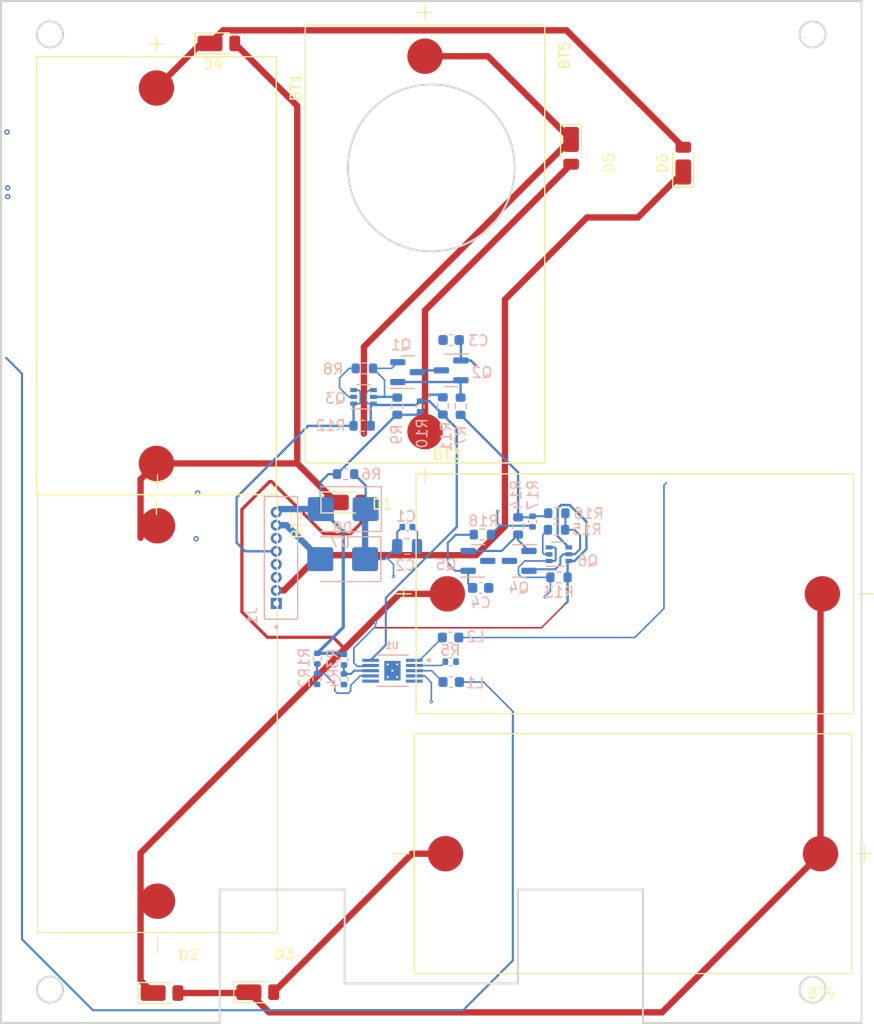
<source format=kicad_pcb>
(kicad_pcb (version 20221018) (generator pcbnew)
  (layers (0 "F.Cu" signal) (1 "In1.Cu" signal) (2 "In2.Cu" signal) (3 "In3.Cu" signal) (4 "In4.Cu" signal) (5 "In5.Cu" signal) (6 "In6.Cu" signal) (31 "B.Cu" signal) (34 "B.Paste" user) (35 "F.Paste" user) (36 "B.SilkS" user "B.Silkscreen") (37 "F.SilkS" user "F.Silkscreen") (38 "B.Mask" user) (39 "F.Mask" user) (44 "Edge.Cuts" user))
  (net 0 "")
  (net 1 "GND")
  (net 2 "Net-(Q2-G)")
  (net 3 "Net-(Q5-G)")
  (net 4 "Net-(D1-K)")
  (net 5 "Net-(D1-A)")
  (net 6 "Net-(D2-A)")
  (net 7 "Net-(D3-A)")
  (net 8 "Net-(D4-K)")
  (net 9 "/VSOLAR")
  (net 10 "/coils")
  (net 11 "Net-(U1-OUT1)")
  (net 12 "Net-(U1-OUT2)")
  (net 13 "Net-(Q1-G)")
  (net 14 "Net-(Q1-S)")
  (net 15 "SCL1_b4iso")
  (net 16 "Net-(Q3A-B1)")
  (net 17 "SCL")
  (net 18 "Net-(Q4-G)")
  (net 19 "Net-(Q4-S)")
  (net 20 "SDA1_b4iso")
  (net 21 "Net-(Q6A-B1)")
  (net 22 "SDA")
  (net 23 "Net-(U1-A0)")
  (net 24 "+3.3V")
  (net 25 "Net-(U1-A1)")
  (net 26 "Net-(U1-ISENSE)")
  (net 27 "/VBURN")
  (net 28 "VBATT")
  (net 30 "Net-(D7-K)")
  (footprint "Diode_SMD:D_PowerDI-123" (layer "F.Cu") (at 183.9976 61.8998 90)
    (fp_text reference "D6" (at 0 -2 90) (layer "F.SilkS"))
    (fp_text value "SBD")
    (pad "1" smd roundrect (at -0.85 0 270) (size 2.4 1.5) (layers "F.Cu" "F.Paste" "F.Mask") (roundrect_rratio 0.1666666667) (net 9 "/VSOLAR"))
    (pad "2" smd roundrect (at 1.525 0 270) (size 1.05 1.5) (layers "F.Cu" "F.Paste" "F.Mask") (roundrect_rratio 0.2380952381) (net 8 "Net-(D4-K)"))
  )
  (footprint "SM141K06L:SOLAR_SM141K06L" (layer "F.Cu") (at 179.3494 103.2002)
    (fp_text reference "BT3" (at -18.075 -13.385) (layer "F.SilkS"))
    (fp_text value "SM141K06L")
    (pad "N" smd circle (at 18 0) (size 3.4 3.4) (layers "F.Cu" "F.Paste" "F.Mask") (net 6 "Net-(D2-A)"))
    (pad "P" smd circle (at -18 0) (size 3.4 3.4) (layers "F.Cu" "F.Paste" "F.Mask") (net 5 "Net-(D1-A)"))
  )
  (footprint "Diode_SMD:D_PowerDI-123" (layer "F.Cu") (at 143.1534 141.4018)
    (fp_text reference "D3" (at 2.54 -3.65) (layer "F.SilkS"))
    (fp_text value "SBD")
    (pad "1" smd roundrect (at -0.85 0 180) (size 2.4 1.5) (layers "F.Cu" "F.Paste" "F.Mask") (roundrect_rratio 0.1666666667) (net 6 "Net-(D2-A)"))
    (pad "2" smd roundrect (at 1.525 0 180) (size 1.05 1.5) (layers "F.Cu" "F.Paste" "F.Mask") (roundrect_rratio 0.2380952381) (net 7 "Net-(D3-A)"))
  )
  (footprint "Diode_SMD:D_PowerDI-123" (layer "F.Cu") (at 133.9596 141.478)
    (fp_text reference "D2" (at 2.54 -3.65) (layer "F.SilkS"))
    (fp_text value "SBD" hide)
    (pad "1" smd roundrect (at -0.85 0 180) (size 2.4 1.5) (layers "F.Cu" "F.Paste" "F.Mask") (roundrect_rratio 0.1666666667) (net 5 "Net-(D1-A)"))
    (pad "2" smd roundrect (at 1.525 0 180) (size 1.05 1.5) (layers "F.Cu" "F.Paste" "F.Mask") (roundrect_rratio 0.2380952381) (net 6 "Net-(D2-A)"))
  )
  (footprint "Diode_SMD:D_PowerDI-123" (layer "F.Cu") (at 151.5364 94.4372)
    (fp_text reference "D1" (at 3.55 0.18) (layer "F.SilkS"))
    (fp_text value "SBD" hide)
    (pad "1" smd roundrect (at -0.85 0 180) (size 2.4 1.5) (layers "F.Cu" "F.Paste" "F.Mask") (roundrect_rratio 0.1666666667) (net 4 "Net-(D1-K)"))
    (pad "2" smd roundrect (at 1.525 0 180) (size 1.05 1.5) (layers "F.Cu" "F.Paste" "F.Mask") (roundrect_rratio 0.2380952381) (net 5 "Net-(D1-A)"))
  )
  (footprint "SM141K06L:SOLAR_SM141K06L" (layer "F.Cu") (at 179.1716 128.1176 180)
    (fp_text reference "BT4" (at -18.075 -13.385) (layer "F.SilkS"))
    (fp_text value "SM141K06L")
    (pad "N" smd circle (at 18 0 180) (size 3.4 3.4) (layers "F.Cu" "F.Paste" "F.Mask") (net 7 "Net-(D3-A)"))
    (pad "P" smd circle (at -18 0 180) (size 3.4 3.4) (layers "F.Cu" "F.Paste" "F.Mask") (net 6 "Net-(D2-A)"))
  )
  (footprint "SM141K06L:SOLAR_SM141K06L" (layer "F.Cu") (at 133.5278 114.6724 -90)
    (fp_text reference "BT2" (at -18.075 -13.385 -270) (layer "F.SilkS"))
    (fp_text value "SM141K06L" hide)
    (pad "N" smd circle (at 18 0 270) (size 3.4 3.4) (layers "F.Cu" "F.Paste" "F.Mask") (net 5 "Net-(D1-A)"))
    (pad "P" smd circle (at -18 0 270) (size 3.4 3.4) (layers "F.Cu" "F.Paste" "F.Mask") (net 4 "Net-(D1-K)"))
  )
  (footprint "Diode_SMD:D_PowerDI-123" (layer "F.Cu") (at 173.228 60.4774 -90)
    (fp_text reference "D5" (at 1.4 -3.65 90) (layer "F.SilkS"))
    (fp_text value "SBD")
    (pad "1" smd roundrect (at -0.85 0 90) (size 2.4 1.5) (layers "F.Cu" "F.Paste" "F.Mask") (roundrect_rratio 0.1666666667) (net 7 "Net-(D3-A)"))
    (pad "2" smd roundrect (at 1.525 0 90) (size 1.05 1.5) (layers "F.Cu" "F.Paste" "F.Mask") (roundrect_rratio 0.2380952381) (net 1 "GND"))
  )
  (footprint "Diode_SMD:D_PowerDI-123" (layer "F.Cu") (at 139.4206 50.419)
    (fp_text reference "D4" (at -0.5578 1.9812) (layer "F.SilkS"))
    (fp_text value "SBD" hide)
    (pad "1" smd roundrect (at -0.85 0 180) (size 2.4 1.5) (layers "F.Cu" "F.Paste" "F.Mask") (roundrect_rratio 0.1666666667) (net 8 "Net-(D4-K)"))
    (pad "2" smd roundrect (at 1.525 0 180) (size 1.05 1.5) (layers "F.Cu" "F.Paste" "F.Mask") (roundrect_rratio 0.2380952381) (net 4 "Net-(D1-K)"))
  )
  (footprint "SM141K06L:SOLAR_SM141K06L" (layer "F.Cu") (at 159.2072 69.6468 -90)
    (fp_text reference "BT5" (at -18.075 -13.385 90) (layer "F.SilkS"))
    (fp_text value "SM141K06L")
    (pad "N" smd circle (at 18 0 270) (size 3.4 3.4) (layers "F.Cu" "F.Paste" "F.Mask") (net 1 "GND"))
    (pad "P" smd circle (at -18 0 270) (size 3.4 3.4) (layers "F.Cu" "F.Paste" "F.Mask") (net 7 "Net-(D3-A)"))
  )
  (footprint "SM141K06L:SOLAR_SM141K06L" (layer "F.Cu") (at 133.4262 72.6948 -90)
    (fp_text reference "BT1" (at -18.075 -13.385 90) (layer "F.SilkS"))
    (fp_text value "SM141K06L" hide)
    (pad "N" smd circle (at 18 0 270) (size 3.4 3.4) (layers "F.Cu" "F.Paste" "F.Mask") (net 4 "Net-(D1-K)"))
    (pad "P" smd circle (at -18 0 270) (size 3.4 3.4) (layers "F.Cu" "F.Paste" "F.Mask") (net 8 "Net-(D4-K)"))
  )
  (footprint "Diode_SMD:D_SMB" (layer "B.Cu") (at 151.3586 95.0722 180)
    (fp_text reference "D7" (at 0.2975 -3.17) (layer "B.SilkS") (effects (justify mirror)))
    (fp_text value "B220" hide)
    (pad "1" smd roundrect (at -2.15 0 180) (size 2.5 2.3) (layers "B.Cu" "B.Paste" "B.Mask") (roundrect_rratio 0.1086956522) (net 30 "Net-(D7-K)"))
    (pad "2" smd roundrect (at 2.15 0 180) (size 2.5 2.3) (layers "B.Cu" "B.Paste" "B.Mask") (roundrect_rratio 0.1086956522) (net 24 "+3.3V"))
  )
  (footprint "Resistor_SMD:R_0603_1608Metric" (layer "B.Cu") (at 171.8598 95.4694)
    (fp_text reference "R16" (at 3.06 0.03) (layer "B.SilkS") (effects (justify mirror)))
    (fp_text value "10K" hide)
    (pad "1" smd roundrect (at -0.825 0) (size 0.8 0.95) (layers "B.Cu" "B.Paste" "B.Mask") (net 24 "+3.3V"))
    (pad "2" smd roundrect (at 0.825 0) (size 0.8 0.95) (layers "B.Cu" "B.Paste" "B.Mask") (net 19 "Net-(Q4-S)"))
  )
  (footprint "Capacitor_SMD:C_0805_2012Metric" (layer "B.Cu") (at 157.4898 98.6594)
    (fp_text reference "C2" (at -0.17 1.81) (layer "B.SilkS") (effects (justify mirror)))
    (fp_text value "10uF" hide)
    (pad "1" smd roundrect (at -0.95 0) (size 1 1.45) (layers "B.Cu" "B.Paste" "B.Mask") (net 30 "Net-(D7-K)"))
    (pad "2" smd roundrect (at 0.95 0) (size 1 1.45) (layers "B.Cu" "B.Paste" "B.Mask") (net 1 "GND"))
  )
  (footprint "Capacitor_SMD:C_0603_1608Metric" (layer "B.Cu") (at 161.7131 78.8604 180)
    (fp_text reference "C3" (at -2.63 -0.06) (layer "B.SilkS") (effects (justify mirror)))
    (fp_text value "10nF" hide)
    (pad "1" smd roundrect (at -0.775 0 180) (size 0.9 0.95) (layers "B.Cu" "B.Paste" "B.Mask") (net 2 "Net-(Q2-G)"))
    (pad "2" smd roundrect (at 0.775 0 180) (size 0.9 0.95) (layers "B.Cu" "B.Paste" "B.Mask") (net 1 "GND"))
  )
  (footprint "Resistor_SMD:R_0603_1608Metric" (layer "B.Cu") (at 164.7098 97.5194)
    (fp_text reference "R18" (at 0.11 -1.31) (layer "B.SilkS") (effects (justify mirror)))
    (fp_text value "100K" hide)
    (pad "1" smd roundrect (at -0.825 0) (size 0.8 0.95) (layers "B.Cu" "B.Paste" "B.Mask") (net 3 "Net-(Q5-G)"))
    (pad "2" smd roundrect (at 0.825 0) (size 0.8 0.95) (layers "B.Cu" "B.Paste" "B.Mask") (net 22 "SDA"))
  )
  (footprint "Resistor_SMD:R_0402_1005Metric" (layer "B.Cu") (at 148.8398 111.3694 90)
    (fp_text reference "R2" (at 0.1 -1.21 90) (layer "B.SilkS") (effects (justify mirror)))
    (fp_text value "0" hide)
    (pad "1" smd roundrect (at -0.51 0 90) (size 0.54 0.64) (layers "B.Cu" "B.Paste" "B.Mask") (net 1 "GND"))
    (pad "2" smd roundrect (at 0.51 0 90) (size 0.54 0.64) (layers "B.Cu" "B.Paste" "B.Mask") (net 23 "Net-(U1-A0)"))
  )
  (footprint "Resistor_SMD:R_0402_1005Metric" (layer "B.Cu") (at 148.8698 109.4094 90)
    (fp_text reference "R1" (at 0.07 -1.28 90) (layer "B.SilkS") (effects (justify mirror)))
    (fp_text value "0" hide)
    (pad "1" smd roundrect (at -0.51 0 90) (size 0.54 0.64) (layers "B.Cu" "B.Paste" "B.Mask") (net 23 "Net-(U1-A0)"))
    (pad "2" smd roundrect (at 0.51 0 90) (size 0.54 0.64) (layers "B.Cu" "B.Paste" "B.Mask") (net 24 "+3.3V"))
  )
  (footprint "Resistor_SMD:R_0603_1608Metric" (layer "B.Cu") (at 156.5431 85.2004 90)
    (fp_text reference "R9" (at -2.72 -0.06 90) (layer "B.SilkS") (effects (justify mirror)))
    (fp_text value "10K" hide)
    (pad "1" smd roundrect (at -0.825 0 90) (size 0.8 0.95) (layers "B.Cu" "B.Paste" "B.Mask") (net 24 "+3.3V"))
    (pad "2" smd roundrect (at 0.825 0 90) (size 0.8 0.95) (layers "B.Cu" "B.Paste" "B.Mask") (net 14 "Net-(Q1-S)"))
  )
  (footprint "Resistor_SMD:R_0603_1608Metric" (layer "B.Cu") (at 172.0698 101.6194)
    (fp_text reference "R13" (at 0 1.43) (layer "B.SilkS") (effects (justify mirror)))
    (fp_text value "0" hide)
    (pad "1" smd roundrect (at -0.825 0) (size 0.8 0.95) (layers "B.Cu" "B.Paste" "B.Mask") (net 20 "SDA1_b4iso"))
    (pad "2" smd roundrect (at 0.825 0) (size 0.8 0.95) (layers "B.Cu" "B.Paste" "B.Mask") (net 22 "SDA"))
  )
  (footprint "Resistor_SMD:R_0603_1608Metric" (layer "B.Cu") (at 168.1398 96.6894 90)
    (fp_text reference "R14" (at 2.96 -0.2 90) (layer "B.SilkS") (effects (justify mirror)))
    (fp_text value "10K" hide)
    (pad "1" smd roundrect (at -0.825 0 90) (size 0.8 0.95) (layers "B.Cu" "B.Paste" "B.Mask") (net 18 "Net-(Q4-G)"))
    (pad "2" smd roundrect (at 0.825 0 90) (size 0.8 0.95) (layers "B.Cu" "B.Paste" "B.Mask") (net 24 "+3.3V"))
  )
  (footprint "Package_TO_SOT_SMD:SOT-363_SC-70-6" (layer "B.Cu") (at 153.3031 84.3104)
    (fp_text reference "Q3" (at -2.69 0.13) (layer "B.SilkS") (effects (justify mirror)))
    (fp_text value "MBT2222ADW1T1" hide)
    (pad "1" smd rect (at -0.95 0.65) (size 0.65 0.4) (layers "B.Cu" "B.Paste" "B.Mask") (net 15 "SCL1_b4iso"))
    (pad "2" smd rect (at -0.95 0) (size 0.65 0.4) (layers "B.Cu" "B.Paste" "B.Mask") (net 16 "Net-(Q3A-B1)"))
    (pad "3" smd rect (at -0.95 -0.65) (size 0.65 0.4) (layers "B.Cu" "B.Paste" "B.Mask") (net 15 "SCL1_b4iso"))
    (pad "4" smd rect (at 0.95 -0.65) (size 0.65 0.4) (layers "B.Cu" "B.Paste" "B.Mask") (net 17 "SCL"))
    (pad "5" smd rect (at 0.95 0) (size 0.65 0.4) (layers "B.Cu" "B.Paste" "B.Mask") (net 14 "Net-(Q1-S)"))
    (pad "6" smd rect (at 0.95 0.65) (size 0.65 0.4) (layers "B.Cu" "B.Paste" "B.Mask") (net 17 "SCL"))
  )
  (footprint "Inductor_SMD:L_0603_1608Metric" (layer "B.Cu") (at 161.6598 107.3894 180)
    (fp_text reference "L2" (at -2.4 0.07) (layer "B.SilkS") (effects (justify mirror)))
    (fp_text value "TBD" hide)
    (pad "1" smd roundrect (at -0.7875 0 180) (size 0.875 0.95) (layers "B.Cu" "B.Paste" "B.Mask") (net 10 "/coils"))
    (pad "2" smd roundrect (at 0.7875 0 180) (size 0.875 0.95) (layers "B.Cu" "B.Paste" "B.Mask") (net 12 "Net-(U1-OUT2)"))
  )
  (footprint "Resistor_SMD:R_0402_1005Metric" (layer "B.Cu") (at 161.671 109.7026)
    (fp_text reference "R5" (at -0.04 -1.08) (layer "B.SilkS") (effects (justify mirror)))
    (fp_text value "0" hide)
    (pad "1" smd roundrect (at -0.51 0) (size 0.54 0.64) (layers "B.Cu" "B.Paste" "B.Mask") (net 26 "Net-(U1-ISENSE)"))
    (pad "2" smd roundrect (at 0.51 0) (size 0.54 0.64) (layers "B.Cu" "B.Paste" "B.Mask") (net 1 "GND"))
  )
  (footprint "Resistor_SMD:R_0603_1608Metric" (layer "B.Cu") (at 160.9131 85.1804 -90)
    (fp_text reference "R11" (at 2.94 -0.32 90) (layer "B.SilkS") (effects (justify mirror)))
    (fp_text value "100K" hide)
    (pad "1" smd roundrect (at -0.825 0 270) (size 0.8 0.95) (layers "B.Cu" "B.Paste" "B.Mask") (net 2 "Net-(Q2-G)"))
    (pad "2" smd roundrect (at 0.825 0 270) (size 0.8 0.95) (layers "B.Cu" "B.Paste" "B.Mask") (net 17 "SCL"))
  )
  (footprint "Package_TO_SOT_SMD:SOT-23" (layer "B.Cu") (at 157.5331 81.9404)
    (fp_text reference "Q1" (at -0.63 -2.61) (layer "B.SilkS") (effects (justify mirror)))
    (fp_text value "BSS138" hide)
    (pad "1" smd roundrect (at -0.9375 0.95) (size 1.475 0.6) (layers "B.Cu" "B.Paste" "B.Mask") (net 13 "Net-(Q1-G)"))
    (pad "2" smd roundrect (at -0.9375 -0.95) (size 1.475 0.6) (layers "B.Cu" "B.Paste" "B.Mask") (net 14 "Net-(Q1-S)"))
    (pad "3" smd roundrect (at 0.9375 0) (size 1.475 0.6) (layers "B.Cu" "B.Paste" "B.Mask") (net 1 "GND"))
  )
  (footprint "Resistor_SMD:R_0603_1608Metric" (layer "B.Cu") (at 153.3831 81.5804 180)
    (fp_text reference "R8" (at 3 -0.06) (layer "B.SilkS") (effects (justify mirror)))
    (fp_text value "600" hide)
    (pad "1" smd roundrect (at -0.825 0 180) (size 0.8 0.95) (layers "B.Cu" "B.Paste" "B.Mask") (net 14 "Net-(Q1-S)"))
    (pad "2" smd roundrect (at 0.825 0 180) (size 0.8 0.95) (layers "B.Cu" "B.Paste" "B.Mask") (net 16 "Net-(Q3A-B1)"))
  )
  (footprint "Package_TO_SOT_SMD:SOT-363_SC-70-6" (layer "B.Cu") (at 172.0598 99.3994)
    (fp_text reference "Q6" (at 2.78 0.63) (layer "B.SilkS") (effects (justify mirror)))
    (fp_text value "MBT2222ADW1T1" hide)
    (pad "1" smd rect (at -0.95 0.65) (size 0.65 0.4) (layers "B.Cu" "B.Paste" "B.Mask") (net 20 "SDA1_b4iso"))
    (pad "2" smd rect (at -0.95 0) (size 0.65 0.4) (layers "B.Cu" "B.Paste" "B.Mask") (net 21 "Net-(Q6A-B1)"))
    (pad "3" smd rect (at -0.95 -0.65) (size 0.65 0.4) (layers "B.Cu" "B.Paste" "B.Mask") (net 20 "SDA1_b4iso"))
    (pad "4" smd rect (at 0.95 -0.65) (size 0.65 0.4) (layers "B.Cu" "B.Paste" "B.Mask") (net 22 "SDA"))
    (pad "5" smd rect (at 0.95 0) (size 0.65 0.4) (layers "B.Cu" "B.Paste" "B.Mask") (net 19 "Net-(Q4-S)"))
    (pad "6" smd rect (at 0.95 0.65) (size 0.65 0.4) (layers "B.Cu" "B.Paste" "B.Mask") (net 22 "SDA"))
  )
  (footprint "Resistor_SMD:R_0402_1005Metric" (layer "B.Cu") (at 151.4298 109.5094 90)
    (fp_text reference "R3" (at 0.09 -1.08 90) (layer "B.SilkS") (effects (justify mirror)))
    (fp_text value "0" hide)
    (pad "1" smd roundrect (at -0.51 0 90) (size 0.54 0.64) (layers "B.Cu" "B.Paste" "B.Mask") (net 25 "Net-(U1-A1)"))
    (pad "2" smd roundrect (at 0.51 0 90) (size 0.54 0.64) (layers "B.Cu" "B.Paste" "B.Mask") (net 24 "+3.3V"))
  )
  (footprint "Resistor_SMD:R_0402_1005Metric" (layer "B.Cu") (at 169.5298 96.2694 90)
    (fp_text reference "R17" (at 2.54 0.03 90) (layer "B.SilkS") (effects (justify mirror)))
    (fp_text value "10K" hide)
    (pad "1" smd roundrect (at -0.51 0 90) (size 0.54 0.64) (layers "B.Cu" "B.Paste" "B.Mask") (net 22 "SDA"))
    (pad "2" smd roundrect (at 0.51 0 90) (size 0.54 0.64) (layers "B.Cu" "B.Paste" "B.Mask") (net 24 "+3.3V"))
  )
  (footprint "Package_TO_SOT_SMD:SOT-23" (layer "B.Cu") (at 168.2498 100.0394 180)
    (fp_text reference "Q4" (at 0.03 -2.59) (layer "B.SilkS") (effects (justify mirror)))
    (fp_text value "BSS138" hide)
    (pad "1" smd roundrect (at -0.9375 0.95 180) (size 1.475 0.6) (layers "B.Cu" "B.Paste" "B.Mask") (net 18 "Net-(Q4-G)"))
    (pad "2" smd roundrect (at -0.9375 -0.95 180) (size 1.475 0.6) (layers "B.Cu" "B.Paste" "B.Mask") (net 19 "Net-(Q4-S)"))
    (pad "3" smd roundrect (at 0.9375 0 180) (size 1.475 0.6) (layers "B.Cu" "B.Paste" "B.Mask") (net 1 "GND"))
  )
  (footprint "Resistor_SMD:R_0402_1005Metric" (layer "B.Cu") (at 158.7331 85.2304 -90)
    (fp_text reference "R10" (at 2.58 -0.19 90) (layer "B.SilkS") (effects (justify mirror)))
    (fp_text value "10K" hide)
    (pad "1" smd roundrect (at -0.51 0 270) (size 0.54 0.64) (layers "B.Cu" "B.Paste" "B.Mask") (net 17 "SCL"))
    (pad "2" smd roundrect (at 0.51 0 270) (size 0.54 0.64) (layers "B.Cu" "B.Paste" "B.Mask") (net 24 "+3.3V"))
  )
  (footprint "Resistor_SMD:R_0603_1608Metric" (layer "B.Cu") (at 153.1731 87.0904)
    (fp_text reference "R12" (at -3.02 -0.02) (layer "B.SilkS") (effects (justify mirror)))
    (fp_text value "0" hide)
    (pad "1" smd roundrect (at -0.825 0) (size 0.8 0.95) (layers "B.Cu" "B.Paste" "B.Mask") (net 15 "SCL1_b4iso"))
    (pad "2" smd roundrect (at 0.825 0) (size 0.8 0.95) (layers "B.Cu" "B.Paste" "B.Mask") (net 17 "SCL"))
  )
  (footprint "Diode_SMD:D_SMB" (layer "B.Cu") (at 151.3078 99.8728 180)
    (fp_text reference "D8" (at 0 3) (layer "B.SilkS") (effects (justify mirror)))
    (fp_text value "B220" hide)
    (pad "1" smd roundrect (at -2.15 0 180) (size 2.5 2.3) (layers "B.Cu" "B.Paste" "B.Mask") (roundrect_rratio 0.1086956522) (net 30 "Net-(D7-K)"))
    (pad "2" smd roundrect (at 2.15 0 180) (size 2.5 2.3) (layers "B.Cu" "B.Paste" "B.Mask") (roundrect_rratio 0.1086956522) (net 28 "VBATT"))
  )
  (footprint "Package_TO_SOT_SMD:SOT-23" (layer "B.Cu") (at 164.2898 100.0394)
    (fp_text reference "Q5" (at -3.06 0.35) (layer "B.SilkS") (effects (justify mirror)))
    (fp_text value "BSS138" hide)
    (pad "1" smd roundrect (at -0.9375 0.95) (size 1.475 0.6) (layers "B.Cu" "B.Paste" "B.Mask") (net 3 "Net-(Q5-G)"))
    (pad "2" smd roundrect (at -0.9375 -0.95) (size 1.475 0.6) (layers "B.Cu" "B.Paste" "B.Mask") (net 18 "Net-(Q4-G)"))
    (pad "3" smd roundrect (at 0.9375 0) (size 1.475 0.6) (layers "B.Cu" "B.Paste" "B.Mask") (net 1 "GND"))
  )
  (footprint "Resistor_SMD:R_0603_1608Metric" (layer "B.Cu") (at 151.5872 91.7194)
    (fp_text reference "R6" (at 2.46 0.01) (layer "B.SilkS") (effects (justify mirror)))
    (fp_text value "0" hide)
    (pad "1" smd roundrect (at -0.825 0) (size 0.8 0.95) (layers "B.Cu" "B.Paste" "B.Mask") (net 24 "+3.3V"))
    (pad "2" smd roundrect (at 0.825 0) (size 0.8 0.95) (layers "B.Cu" "B.Paste" "B.Mask") (net 30 "Net-(D7-K)"))
  )
  (footprint "Resistor_SMD:R_0402_1005Metric" (layer "B.Cu") (at 151.4198 111.3894 90)
    (fp_text reference "R4" (at 0.1 -1.02 90) (layer "B.SilkS") (effects (justify mirror)))
    (fp_text value "0" hide)
    (pad "1" smd roundrect (at -0.51 0 90) (size 0.54 0.64) (layers "B.Cu" "B.Paste" "B.Mask") (net 1 "GND"))
    (pad "2" smd roundrect (at 0.51 0 90) (size 0.54 0.64) (layers "B.Cu" "B.Paste" "B.Mask") (net 25 "Net-(U1-A1)"))
  )
  (footprint "Capacitor_SMD:C_0603_1608Metric" (layer "B.Cu") (at 164.5498 102.6294)
    (fp_text reference "C4" (at 0 1.43) (layer "B.SilkS") (effects (justify mirror)))
    (fp_text value "10nF" hide)
    (pad "1" smd roundrect (at -0.775 0) (size 0.9 0.95) (layers "B.Cu" "B.Paste" "B.Mask") (net 3 "Net-(Q5-G)"))
    (pad "2" smd roundrect (at 0.775 0) (size 0.9 0.95) (layers "B.Cu" "B.Paste" "B.Mask") (net 1 "GND"))
  )
  (footprint "Package_TO_SOT_SMD:SOT-23" (layer "B.Cu") (at 161.7131 81.7704 180)
    (fp_text reference "Q2" (at -2.96 -0.21) (layer "B.SilkS") (effects (justify mirror)))
    (fp_text value "BSS138" hide)
    (pad "1" smd roundrect (at -0.9375 0.95 180) (size 1.475 0.6) (layers "B.Cu" "B.Paste" "B.Mask") (net 2 "Net-(Q2-G)"))
    (pad "2" smd roundrect (at -0.9375 -0.95 180) (size 1.475 0.6) (layers "B.Cu" "B.Paste" "B.Mask") (net 13 "Net-(Q1-G)"))
    (pad "3" smd roundrect (at 0.9375 0 180) (size 1.475 0.6) (layers "B.Cu" "B.Paste" "B.Mask") (net 1 "GND"))
  )
  (footprint "0530470810:MOLEX_0530470810" (layer "B.Cu") (at 145.3798 99.7444 90)
    (fp_text reference "J1" (at -5.575 -2.79 90) (layer "B.SilkS") (effects (justify mirror)))
    (fp_text value "0530470810" hide)
    (pad "1" thru_hole rect (at -4.375 -0.45 90) (size 1.058 1.058) (drill 0.55) (layers "*.Cu" "*.Mask") (net 27 "/VBURN"))
    (pad "2" thru_hole circle (at -3.125 -0.45 90) (size 1.058 1.058) (drill 0.55) (layers "*.Cu" "*.Mask") (net 9 "/VSOLAR"))
    (pad "3" thru_hole circle (at -1.875 -0.45 90) (size 1.058 1.058) (drill 0.55) (layers "*.Cu" "*.Mask") (net 1 "GND"))
    (pad "4" thru_hole circle (at -0.625 -0.45 90) (size 1.058 1.058) (drill 0.55) (layers "*.Cu" "*.Mask") (net 20 "SDA1_b4iso"))
    (pad "5" thru_hole circle (at 0.625 -0.45 90) (size 1.058 1.058) (drill 0.55) (layers "*.Cu" "*.Mask") (net 15 "SCL1_b4iso"))
    (pad "6" thru_hole circle (at 1.875 -0.45 90) (size 1.058 1.058) (drill 0.55) (layers "*.Cu" "*.Mask") (net 1 "GND"))
    (pad "7" thru_hole circle (at 3.125 -0.45 90) (size 1.058 1.058) (drill 0.55) (layers "*.Cu" "*.Mask") (net 28 "VBATT"))
    (pad "8" thru_hole circle (at 4.375 -0.45 90) (size 1.058 1.058) (drill 0.55) (layers "*.Cu" "*.Mask") (net 24 "+3.3V"))
  )
  (footprint "Capacitor_SMD:C_0402_1005Metric" (layer "B.Cu") (at 157.5098 96.7894)
    (fp_text reference "C1" (at -0.13 -1.02) (layer "B.SilkS") (effects (justify mirror)))
    (fp_text value "0.1uF" hide)
    (pad "1" smd roundrect (at -0.48 0) (size 0.56 0.62) (layers "B.Cu" "B.Paste" "B.Mask") (net 30 "Net-(D7-K)"))
    (pad "2" smd roundrect (at 0.48 0) (size 0.56 0.62) (layers "B.Cu" "B.Paste" "B.Mask") (net 1 "GND"))
  )
  (footprint "Resistor_SMD:R_0603_1608Metric" (layer "B.Cu") (at 171.8298 97.0594)
    (fp_text reference "R15" (at 2.91 -0.03) (layer "B.SilkS") (effects (justify mirror)))
    (fp_text value "600" hide)
    (pad "1" smd roundrect (at -0.825 0) (size 0.8 0.95) (layers "B.Cu" "B.Paste" "B.Mask") (net 21 "Net-(Q6A-B1)"))
    (pad "2" smd roundrect (at 0.825 0) (size 0.8 0.95) (layers "B.Cu" "B.Paste" "B.Mask") (net 19 "Net-(Q4-S)"))
  )
  (footprint "Inductor_SMD:L_0603_1608Metric" (layer "B.Cu") (at 161.7218 111.6584 180)
    (fp_text reference "L1" (at -2.29 -0.08) (layer "B.SilkS") (effects (justify mirror)))
    (fp_text value "TBD" hide)
    (pad "1" smd roundrect (at -0.7875 0 180) (size 0.875 0.95) (layers "B.Cu" "B.Paste" "B.Mask") (net 10 "/coils"))
    (pad "2" smd roundrect (at 0.7875 0 180) (size 0.875 0.95) (layers "B.Cu" "B.Paste" "B.Mask") (net 11 "Net-(U1-OUT1)"))
  )
  (footprint "DRV8830DGQ:IC_XTR111AIDGQR" (layer "B.Cu") (at 156.0798 110.5694 180)
    (fp_text reference "U1" (at 0.032 2.4064) (layer "B.SilkS") (effects (font (size 0.64 0.64)) (justify mirror)))
    (fp_text value "DRV8830DGQ" hide)
    (pad "1" smd rect (at -2.1 1 180) (size 1.6 0.3) (layers "B.Cu") (net 12 "Net-(U1-OUT2)"))
    (pad "2" smd rect (at -2.1 0.5 180) (size 1.6 0.3) (layers "B.Cu") (net 26 "Net-(U1-ISENSE)"))
    (pad "3" smd rect (at -2.1 0 180) (size 1.6 0.3) (layers "B.Cu") (net 11 "Net-(U1-OUT1)"))
    (pad "4" smd rect (at -2.1 -0.5 180) (size 1.6 0.3) (layers "B.Cu") (net 30 "Net-(D7-K)"))
    (pad "5" smd rect (at -2.1 -1 180) (size 1.6 0.3) (layers "B.Cu") (net 1 "GND"))
    (pad "6" smd rect (at 2.1 -1 180) (size 1.6 0.3) (layers "B.Cu"))
    (pad "7" smd rect (at 2.1 -0.5 180) (size 1.6 0.3) (layers "B.Cu") (net 23 "Net-(U1-A0)"))
    (pad "8" smd rect (at 2.1 0 180) (size 1.6 0.3) (layers "B.Cu") (net 25 "Net-(U1-A1)"))
    (pad "9" smd rect (at 2.1 0.5 180) (size 1.6 0.3) (layers "B.Cu") (net 22 "SDA"))
    (pad "10" smd rect (at 2.1 1 180) (size 1.6 0.3) (layers "B.Cu") (net 17 "SCL"))
    (pad "11" smd rect (at 0 0 180) (size 1.57 1.88) (layers "B.Cu" "B.Paste" "B.Mask") (net 1 "GND"))
    (pad "12" thru_hole circle (at -0.45 0.6 180) (size 0.4 0.4) (drill 0.2) (layers "*.Cu"))
    (pad "13" thru_hole circle (at 0.45 0.6 180) (size 0.4 0.4) (drill 0.2) (layers "*.Cu"))
    (pad "14" thru_hole circle (at 0 0 180) (size 0.4 0.4) (drill 0.2) (layers "*.Cu"))
    (pad "15" thru_hole circle (at -0.45 -0.6 180) (size 0.4 0.4) (drill 0.2) (layers "*.Cu"))
    (pad "16" thru_hole circle (at 0.45 -0.6 180) (size 0.4 0.4) (drill 0.2) (layers "*.Cu"))
  )
  (footprint "Resistor_SMD:R_0603_1608Metric" (layer "B.Cu") (at 162.6231 85.2104 -90)
    (fp_text reference "R7" (at 2.83 0 90) (layer "B.SilkS") (effects (justify mirror)))
    (fp_text value "10K" hide)
    (pad "1" smd roundrect (at -0.825 0 270) (size 0.8 0.95) (layers "B.Cu" "B.Paste" "B.Mask") (net 13 "Net-(Q1-G)"))
    (pad "2" smd roundrect (at 0.825 0 270) (size 0.8 0.95) (layers "B.Cu" "B.Paste" "B.Mask") (net 24 "+3.3V"))
  )
  (gr_line (start 168.123494 131.5554) (end 180.123494 131.5554) (stroke (width 0.2)) (layer "Edge.Cuts"))
  (gr_line (start 180.123494 144.3554) (end 201.11 144.3554) (stroke (width 0.2)) (layer "Edge.Cuts"))
  (gr_line (start 139.496497 140.5554) (end 139.496497 131.5554) (stroke (width 0.2)) (layer "Edge.Cuts"))
  (gr_line (start 180.123494 131.5554) (end 180.123494 140.5554) (stroke (width 0.2)) (layer "Edge.Cuts"))
  (gr_circle (center 196.41 49.5554) (end 197.66 49.5554) (stroke (width 0.2)) (fill none) (layer "Edge.Cuts"))
  (gr_circle (center 123.21 141.1554) (end 124.46 141.1554) (stroke (width 0.2)) (fill none) (layer "Edge.Cuts"))
  (gr_line (start 151.496497 131.5554) (end 151.496497 140.5554) (stroke (width 0.2)) (layer "Edge.Cuts"))
  (gr_circle (center 123.21 49.5554) (end 124.46 49.5554) (stroke (width 0.2)) (fill none) (layer "Edge.Cuts"))
  (gr_line (start 168.123494 140.5554) (end 168.123494 131.5554) (stroke (width 0.2)) (layer "Edge.Cuts"))
  (gr_line (start 151.496497 140.5554) (end 168.123494 140.5554) (stroke (width 0.2)) (layer "Edge.Cuts"))
  (gr_line (start 118.51 46.3554) (end 118.51 144.3554) (stroke (width 0.2)) (layer "Edge.Cuts"))
  (gr_line (start 118.51 144.3554) (end 139.496497 144.3554) (stroke (width 0.2)) (layer "Edge.Cuts"))
  (gr_line (start 201.11 46.3554) (end 118.51 46.3554) (stroke (width 0.2)) (layer "Edge.Cuts"))
  (gr_circle (center 159.81 62.3554) (end 167.81 62.3554) (stroke (width 0.2)) (fill none) (layer "Edge.Cuts"))
  (gr_line (start 201.11 144.3554) (end 201.11 46.3554) (stroke (width 0.2)) (layer "Edge.Cuts"))
  (gr_circle (center 196.41 141.1554) (end 197.66 141.1554) (stroke (width 0.2)) (fill none) (layer "Edge.Cuts"))
  (gr_line (start 139.496497 131.5554) (end 151.496497 131.5554) (stroke (width 0.2)) (layer "Edge.Cuts"))
  (gr_line (start 180.123494 140.5554) (end 180.123494 144.3554) (stroke (width 0.2)) (layer "Edge.Cuts"))
  (gr_line (start 139.496497 144.3554) (end 139.496497 140.5554) (stroke (width 0.2)) (layer "Edge.Cuts"))
  (segment (start 159.2072 76.0232) (end 173.228 62.0024) (width 0.6096) (layer "F.Cu") (net 1))
  (segment (start 159.2072 87.6468) (end 159.2072 76.0232) (width 0.6096) (layer "F.Cu") (net 1))
  (segment (start 158.4706 81.9404) (end 158.6406 81.7704) (width 0.2286) (layer "B.Cu") (net 1))
  (segment (start 158.4398 97.2394) (end 157.9898 96.7894) (width 0.2) (layer "B.Cu") (net 1))
  (segment (start 158.6406 81.7704) (end 160.7756 81.7704) (width 0.2286) (layer "B.Cu") (net 1))
  (segment (start 158.4398 98.6594) (end 158.4398 97.2394) (width 0.2) (layer "B.Cu") (net 1))
  (via micro (at 159.6644 84.0994) (size 0.3) (drill 0.1) (layers "In6.Cu" "B.Cu") (net 2))
  (via micro (at 164.084 81.3054) (size 0.3) (drill 0.1) (layers "In6.Cu" "B.Cu") (net 2))
  (segment (start 162.6506 80.8204) (end 162.6506 79.0229) (width 0.2286) (layer "B.Cu") (net 2))
  (segment (start 159.6644 84.0994) (end 160.6571 84.0994) (width 0.2286) (layer "B.Cu") (net 2))
  (segment (start 160.6571 84.0994) (end 160.9131 84.3554) (width 0.2286) (layer "B.Cu") (net 2))
  (segment (start 162.6506 80.8204) (end 163.599 80.8204) (width 0.2286) (layer "B.Cu") (net 2))
  (segment (start 163.599 80.8204) (end 164.084 81.3054) (width 0.2286) (layer "B.Cu") (net 2))
  (segment (start 162.6506 79.0229) (end 162.4881 78.8604) (width 0.2286) (layer "B.Cu") (net 2))
  (segment (start 162.1598 97.5394) (end 161.3898 98.3094) (width 0.2) (layer "B.Cu") (net 3))
  (segment (start 163.3523 100.9894) (end 163.3523 102.2069) (width 0.2) (layer "B.Cu") (net 3))
  (segment (start 163.8648 97.5394) (end 162.1598 97.5394) (width 0.2) (layer "B.Cu") (net 3))
  (segment (start 161.3898 98.3094) (end 161.3898 100.2594) (width 0.2) (layer "B.Cu") (net 3))
  (segment (start 163.8848 97.5194) (end 163.8648 97.5394) (width 0.2) (layer "B.Cu") (net 3))
  (segment (start 161.3898 100.2594) (end 162.1198 100.9894) (width 0.2) (layer "B.Cu") (net 3))
  (segment (start 162.1198 100.9894) (end 163.3523 100.9894) (width 0.2) (layer "B.Cu") (net 3))
  (segment (start 163.3523 102.2069) (end 163.7748 102.6294) (width 0.2) (layer "B.Cu") (net 3))
  (segment (start 131.9022 97.824) (end 131.9022 92.2188) (width 0.6096) (layer "F.Cu") (net 4))
  (segment (start 146.944 56.4174) (end 146.944 90.6948) (width 0.6096) (layer "F.Cu") (net 4))
  (segment (start 131.9022 92.2188) (end 133.4262 90.6948) (width 0.6096) (layer "F.Cu") (net 4))
  (segment (start 140.9456 50.419) (end 146.944 56.4174) (width 0.6096) (layer "F.Cu") (net 4))
  (segment (start 150.6864 94.4372) (end 146.944 90.6948) (width 0.6096) (layer "F.Cu") (net 4))
  (segment (start 146.944 90.6948) (end 133.4262 90.6948) (width 0.6096) (layer "F.Cu") (net 4))
  (segment (start 144.2974 92.4306) (end 141.6304 95.0976) (width 0.3048) (layer "F.Cu") (net 5))
  (segment (start 133.1096 141.478) (end 131.9022 140.2706) (width 0.6096) (layer "F.Cu") (net 5))
  (segment (start 149.479 97.4344) (end 144.4752 92.4306) (width 0.3048) (layer "F.Cu") (net 5))
  (segment (start 144.4752 92.4306) (end 144.2974 92.4306) (width 0.3048) (layer "F.Cu") (net 5))
  (segment (start 131.9022 133.824) (end 131.9022 128.057942) (width 0.6096) (layer "F.Cu") (net 5))
  (segment (start 151.493871 108.466271) (end 156.759942 103.2002) (width 0.6096) (layer "F.Cu") (net 5))
  (segment (start 153.0614 96.4174) (end 152.0444 97.4344) (width 0.3048) (layer "F.Cu") (net 5))
  (segment (start 152.0444 97.4344) (end 149.479 97.4344) (width 0.3048) (layer "F.Cu") (net 5))
  (segment (start 131.9022 128.057942) (end 151.493871 108.466271) (width 0.6096) (layer "F.Cu") (net 5))
  (segment (start 156.759942 103.2002) (end 161.3494 103.2002) (width 0.6096) (layer "F.Cu") (net 5))
  (segment (start 144.0688 107.3658) (end 150.3934 107.3658) (width 0.3048) (layer "F.Cu") (net 5))
  (segment (start 131.9022 140.2706) (end 131.9022 133.824) (width 0.6096) (layer "F.Cu") (net 5))
  (segment (start 141.6304 104.9274) (end 144.0688 107.3658) (width 0.3048) (layer "F.Cu") (net 5))
  (segment (start 153.0614 94.4372) (end 153.0614 96.4174) (width 0.3048) (layer "F.Cu") (net 5))
  (segment (start 141.6304 95.0976) (end 141.6304 104.9274) (width 0.3048) (layer "F.Cu") (net 5))
  (segment (start 150.3934 107.3658) (end 151.493871 108.466271) (width 0.3048) (layer "F.Cu") (net 5))
  (segment (start 181.957 143.3322) (end 197.1716 128.1176) (width 0.6096) (layer "F.Cu") (net 6))
  (segment (start 142.3034 141.4018) (end 144.2338 143.3322) (width 0.6096) (layer "F.Cu") (net 6))
  (segment (start 142.2272 141.478) (end 135.4846 141.478) (width 0.6096) (layer "F.Cu") (net 6))
  (segment (start 144.2338 143.3322) (end 181.957 143.3322) (width 0.6096) (layer "F.Cu") (net 6))
  (segment (start 142.3034 141.4018) (end 142.2272 141.478) (width 0.6096) (layer "F.Cu") (net 6))
  (segment (start 197.1716 103.378) (end 197.3494 103.2002) (width 0.6096) (layer "F.Cu") (net 6))
  (segment (start 197.1716 128.1176) (end 197.1716 103.378) (width 0.6096) (layer "F.Cu") (net 6))
  (segment (start 159.2072 51.6468) (end 165.2474 51.6468) (width 0.6096) (layer "F.Cu") (net 7))
  (segment (start 173.228 59.6274) (end 153.3398 79.5156) (width 0.6096) (layer "F.Cu") (net 7))
  (segment (start 157.9626 128.1176) (end 144.6784 141.4018) (width 0.6096) (layer "F.Cu") (net 7))
  (segment (start 165.2474 51.6468) (end 173.228 59.6274) (width 0.6096) (layer "F.Cu") (net 7))
  (segment (start 161.1716 128.1176) (end 157.9626 128.1176) (width 0.6096) (layer "F.Cu") (net 7))
  (segment (start 153.3398 79.5156) (end 153.3398 87.8332) (width 0.6096) (layer "F.Cu") (net 7))
  (via micro (at 153.3398 87.8332) (size 0.3) (drill 0.1) (layers "F.Cu" "In1.Cu") (net 7))
  (segment (start 138.5706 50.419) (end 139.8254 49.1642) (width 0.6096) (layer "F.Cu") (net 8))
  (segment (start 172.787 49.1642) (end 183.9976 60.3748) (width 0.6096) (layer "F.Cu") (net 8))
  (segment (start 139.8254 49.1642) (end 172.787 49.1642) (width 0.6096) (layer "F.Cu") (net 8))
  (segment (start 133.4262 54.6948) (end 137.702 50.419) (width 0.6096) (layer "F.Cu") (net 8))
  (segment (start 137.702 50.419) (end 138.5706 50.419) (width 0.6096) (layer "F.Cu") (net 8))
  (segment (start 166.878 74.9808) (end 174.752 67.1068) (width 0.6096) (layer "F.Cu") (net 9))
  (segment (start 164.1094 99.4918) (end 166.878 96.7232) (width 0.6096) (layer "F.Cu") (net 9))
  (segment (start 166.878 96.7232) (end 166.878 74.9808) (width 0.6096) (layer "F.Cu") (net 9))
  (segment (start 149.055518 99.4918) (end 164.1094 99.4918) (width 0.6096) (layer "F.Cu") (net 9))
  (segment (start 144.9298 102.8694) (end 145.677918 102.8694) (width 0.6096) (layer "F.Cu") (net 9))
  (segment (start 179.6406 67.1068) (end 183.9976 62.7498) (width 0.6096) (layer "F.Cu") (net 9))
  (segment (start 174.752 67.1068) (end 179.6406 67.1068) (width 0.6096) (layer "F.Cu") (net 9))
  (segment (start 145.677918 102.8694) (end 149.055518 99.4918) (width 0.6096) (layer "F.Cu") (net 9))
  (via (at 119.1514 65.1002) (size 0.508) (drill 0.254) (layers "F.Cu" "B.Cu") (net 10))
  (via (at 119.0752 58.928) (size 0.508) (drill 0.254) (layers "F.Cu" "B.Cu") (net 10))
  (via (at 137.2362 97.917) (size 0.508) (drill 0.254) (layers "F.Cu" "B.Cu") (net 10))
  (via (at 137.3886 93.5228) (size 0.508) (drill 0.254) (layers "F.Cu" "B.Cu") (net 10))
  (via (at 119.1514 64.262) (size 0.508) (drill 0.254) (layers "F.Cu" "B.Cu") (net 10))
  (via micro (at 159.8041 113.5634) (size 0.3) (drill 0.1) (layers "In6.Cu" "B.Cu") (net 10))
  (via micro (at 166.1541 95.3516) (size 0.3) (drill 0.1) (layers "In6.Cu" "B.Cu") (net 10))
  (via micro (at 154.4447 105.9688) (size 0.3) (drill 0.1) (layers "In6.Cu" "B.Cu") (net 10))
  (via micro (at 159.6517 84.1502) (size 0.3) (drill 0.1) (layers "In6.Cu" "B.Cu") (net 10))
  (via micro (at 156.1719 101.5492) (size 0.3) (drill 0.1) (layers "In6.Cu" "B.Cu") (net 10))
  (via micro (at 164.0713 81.3562) (size 0.3) (drill 0.1) (layers "In6.Cu" "B.Cu") (net 10))
  (via micro (at 170.7261 103.505) (size 0.3) (drill 0.1) (layers "In6.Cu" "B.Cu") (net 10))
  (segment (start 162.8648 143.129) (end 127.3302 143.129) (width 0.2) (layer "B.Cu") (net 10))
  (segment (start 120.523 136.3218) (end 120.523 82.0928) (width 0.2) (layer "B.Cu") (net 10))
  (segment (start 162.4473 107.3894) (end 179.3512 107.3894) (width 0.1524) (layer "B.Cu") (net 10))
  (segment (start 167.64 114.4778) (end 167.64 138.3538) (width 0.2) (layer "B.Cu") (net 10))
  (segment (start 120.523 82.0928) (end 118.999 80.5688) (width 0.2) (layer "B.Cu") (net 10))
  (segment (start 179.3512 107.3894) (end 182.1434 104.5972) (width 0.1524) (layer "B.Cu") (net 10))
  (segment (start 182.1434 92.7862) (end 182.372 92.5576) (width 0.1524) (layer "B.Cu") (net 10))
  (segment (start 127.3302 143.129) (end 120.523 136.3218) (width 0.2) (layer "B.Cu") (net 10))
  (segment (start 182.1434 104.5972) (end 182.1434 92.7862) (width 0.1524) (layer "B.Cu") (net 10))
  (segment (start 164.8206 111.6584) (end 167.64 114.4778) (width 0.1524) (layer "B.Cu") (net 10))
  (segment (start 167.64 138.3538) (end 162.8648 143.129) (width 0.2) (layer "B.Cu") (net 10))
  (segment (start 162.5093 111.6584) (end 164.8206 111.6584) (width 0.1524) (layer "B.Cu") (net 10))
  (segment (start 159.8453 110.5694) (end 158.1798 110.5694) (width 0.1524) (layer "B.Cu") (net 11))
  (segment (start 160.9343 111.6584) (end 159.8453 110.5694) (width 0.1524) (layer "B.Cu") (net 11))
  (segment (start 158.1798 109.5694) (end 158.1798 109.587) (width 0.1524) (layer "B.Cu") (net 12))
  (segment (start 158.1798 109.587) (end 158.1236 109.6432) (width 0.1524) (layer "B.Cu") (net 12))
  (segment (start 158.6185 109.6432) (end 160.8723 107.3894) (width 0.1524) (layer "B.Cu") (net 12))
  (segment (start 158.1236 109.6432) (end 158.6185 109.6432) (width 0.1524) (layer "B.Cu") (net 12))
  (segment (start 162.6231 82.7479) (end 162.6506 82.7204) (width 0.2286) (layer "B.Cu") (net 13))
  (segment (start 162.6506 82.7204) (end 162.4806 82.8904) (width 0.2286) (layer "B.Cu") (net 13))
  (segment (start 162.6231 84.3854) (end 162.6231 82.7479) (width 0.2286) (layer "B.Cu") (net 13))
  (segment (start 162.4806 82.8904) (end 156.5956 82.8904) (width 0.2286) (layer "B.Cu") (net 13))
  (segment (start 154.2081 81.5804) (end 156.0056 81.5804) (width 0.1524) (layer "B.Cu") (net 14))
  (segment (start 154.2531 84.3104) (end 155.321 84.3104) (width 0.2286) (layer "B.Cu") (net 14))
  (segment (start 155.321 82.6933) (end 155.321 84.3104) (width 0.1524) (layer "B.Cu") (net 14))
  (segment (start 154.2081 81.5804) (end 155.321 82.6933) (width 0.1524) (layer "B.Cu") (net 14))
  (segment (start 156.4781 84.3104) (end 156.5431 84.3754) (width 0.2286) (layer "B.Cu") (net 14))
  (segment (start 155.321 84.3104) (end 156.4781 84.3104) (width 0.2286) (layer "B.Cu") (net 14))
  (segment (start 156.0056 81.5804) (end 156.5956 80.9904) (width 0.1524) (layer "B.Cu") (net 14))
  (segment (start 147.9866 87.0904) (end 141.1224 93.9546) (width 0.2286) (layer "B.Cu") (net 15))
  (segment (start 152.9924 84.8747) (end 152.9924 83.8223) (width 0.1524) (layer "B.Cu") (net 15))
  (segment (start 152.8305 83.6604) (end 152.3531 83.6604) (width 0.1524) (layer "B.Cu") (net 15))
  (segment (start 152.3481 87.0904) (end 152.3481 84.9654) (width 0.2286) (layer "B.Cu") (net 15))
  (segment (start 152.3531 84.9604) (end 152.9067 84.9604) (width 0.1524) (layer "B.Cu") (net 15))
  (segment (start 152.9924 83.8223) (end 152.8305 83.6604) (width 0.1524) (layer "B.Cu") (net 15))
  (segment (start 141.9438 99.1194) (end 144.9298 99.1194) (width 0.2286) (layer "B.Cu") (net 15))
  (segment (start 141.1224 93.9546) (end 141.1224 98.298) (width 0.2286) (layer "B.Cu") (net 15))
  (segment (start 152.9067 84.9604) (end 152.9924 84.8747) (width 0.1524) (layer "B.Cu") (net 15))
  (segment (start 141.1224 98.298) (end 141.9438 99.1194) (width 0.2286) (layer "B.Cu") (net 15))
  (segment (start 152.3481 84.9654) (end 152.3531 84.9604) (width 0.2286) (layer "B.Cu") (net 15))
  (segment (start 152.3481 87.0904) (end 147.9866 87.0904) (width 0.2286) (layer "B.Cu") (net 15))
  (segment (start 151.9218 81.5804) (end 151.003 82.4992) (width 0.1524) (layer "B.Cu") (net 16))
  (segment (start 151.003 83.4377) (end 151.8757 84.3104) (width 0.1524) (layer "B.Cu") (net 16))
  (segment (start 151.8757 84.3104) (end 152.3531 84.3104) (width 0.1524) (layer "B.Cu") (net 16))
  (segment (start 151.003 82.4992) (end 151.003 83.4377) (width 0.1524) (layer "B.Cu") (net 16))
  (segment (start 152.5581 81.5804) (end 151.9218 81.5804) (width 0.1524) (layer "B.Cu") (net 16))
  (segment (start 153.855 83.6604) (end 153.5684 83.947) (width 0.1524) (layer "B.Cu") (net 17))
  (segment (start 153.5684 84.7531) (end 153.7757 84.9604) (width 0.1524) (layer "B.Cu") (net 17))
  (segment (start 153.9981 87.0904) (end 153.9981 85.2154) (width 0.2286) (layer "B.Cu") (net 17))
  (segment (start 155.4432 108.106) (end 153.9798 109.5694) (width 0.2) (layer "B.Cu") (net 17))
  (segment (start 162.2583 96.7709) (end 161.9377 97.0915) (width 0.2286) (layer "B.Cu") (net 17))
  (segment (start 153.9981 85.2154) (end 154.2531 84.9604) (width 0.2286) (layer "B.Cu") (net 17))
  (segment (start 162.2583 87.3506) (end 162.2583 96.7709) (width 0.2286) (layer "B.Cu") (net 17))
  (segment (start 160.9131 86.0054) (end 162.2583 87.3506) (width 0.2286) (layer "B.Cu") (net 17))
  (segment (start 154.2531 83.6604) (end 153.855 83.6604) (width 0.1524) (layer "B.Cu") (net 17))
  (segment (start 154.3824 85.0897) (end 158.3638 85.0897) (width 0.2286) (layer "B.Cu") (net 17))
  (segment (start 158.7331 84.7204) (end 159.6281 84.7204) (width 0.2286) (layer "B.Cu") (net 17))
  (segment (start 161.9377 97.0915) (end 155.4432 103.586) (width 0.2) (layer "B.Cu") (net 17))
  (segment (start 155.4432 103.586) (end 155.4432 108.106) (width 0.2) (layer "B.Cu") (net 17))
  (segment (start 153.7757 84.9604) (end 154.2531 84.9604) (width 0.1524) (layer "B.Cu") (net 17))
  (segment (start 158.3638 85.0897) (end 158.7331 84.7204) (width 0.2286) (layer "B.Cu") (net 17))
  (segment (start 154.2531 84.9604) (end 154.3824 85.0897) (width 0.2286) (layer "B.Cu") (net 17))
  (segment (start 153.5684 83.947) (end 153.5684 84.7531) (width 0.1524) (layer "B.Cu") (net 17))
  (segment (start 159.6281 84.7204) (end 160.9131 86.0054) (width 0.2286) (layer "B.Cu") (net 17))
  (segment (start 166.5648 99.0894) (end 168.1398 97.5144) (width 0.2) (layer "B.Cu") (net 18))
  (segment (start 163.3523 99.0894) (end 166.5648 99.0894) (width 0.2) (layer "B.Cu") (net 18))
  (segment (start 168.1398 98.0419) (end 169.1873 99.0894) (width 0.2) (layer "B.Cu") (net 18))
  (segment (start 168.1398 97.5144) (end 168.1398 98.0419) (width 0.2) (layer "B.Cu") (net 18))
  (segment (start 173.5998 99.3994) (end 173.0098 99.3994) (width 0.2) (layer "B.Cu") (net 19))
  (segment (start 174.0916 97.5868) (end 174.0916 98.9076) (width 0.2) (layer "B.Cu") (net 19))
  (segment (start 169.1873 100.9894) (end 169.3323 100.8444) (width 0.2) (layer "B.Cu") (net 19))
  (segment (start 172.6548 97.0594) (end 173.5642 97.0594) (width 0.2) (layer "B.Cu") (net 19))
  (segment (start 169.3323 100.8444) (end 171.7048 100.8444) (width 0.2) (layer "B.Cu") (net 19))
  (segment (start 173.5642 97.0594) (end 174.0916 97.5868) (width 0.2) (layer "B.Cu") (net 19))
  (segment (start 172.1998 100.3494) (end 172.1998 99.6844) (width 0.2) (layer "B.Cu") (net 19))
  (segment (start 172.1998 99.6844) (end 172.4848 99.3994) (width 0.2) (layer "B.Cu") (net 19))
  (segment (start 171.7048 100.8444) (end 172.1998 100.3494) (width 0.2) (layer "B.Cu") (net 19))
  (segment (start 172.6848 95.4694) (end 172.6848 97.0294) (width 0.2) (layer "B.Cu") (net 19))
  (segment (start 172.4848 99.3994) (end 173.0098 99.3994) (width 0.2) (layer "B.Cu") (net 19))
  (segment (start 174.0916 98.9076) (end 173.5998 99.3994) (width 0.2) (layer "B.Cu") (net 19))
  (segment (start 172.6848 97.0294) (end 172.6548 97.0594) (width 0.2) (layer "B.Cu") (net 19))
  (via micro (at 170.7388 103.4542) (size 0.3) (drill 0.1) (layers "In6.Cu" "B.Cu") (net 20))
  (segment (start 168.1736 100.662862) (end 168.787062 100.0494) (width 0.1524) (layer "B.Cu") (net 20))
  (segment (start 171.2448 102.9482) (end 170.7388 103.4542) (width 0.1524) (layer "B.Cu") (net 20))
  (segment (start 171.6348 100.0494) (end 171.7498 99.9344) (width 0.2) (layer "B.Cu") (net 20))
  (segment (start 171.7498 98.8644) (end 171.6348 98.7494) (width 0.2) (layer "B.Cu") (net 20))
  (segment (start 171.7498 99.9344) (end 171.7498 98.8644) (width 0.2) (layer "B.Cu") (net 20))
  (segment (start 168.787062 100.0494) (end 171.1098 100.0494) (width 0.1524) (layer "B.Cu") (net 20))
  (segment (start 171.2448 101.6194) (end 168.477062 101.6194) (width 0.1524) (layer "B.Cu") (net 20))
  (segment (start 168.477062 101.6194) (end 168.1736 101.315938) (width 0.1524) (layer "B.Cu") (net 20))
  (segment (start 171.2448 101.6194) (end 171.2448 102.9482) (width 0.1524) (layer "B.Cu") (net 20))
  (segment (start 171.1098 100.0494) (end 171.6348 100.0494) (width 0.2) (layer "B.Cu") (net 20))
  (segment (start 168.1736 101.315938) (end 168.1736 100.662862) (width 0.1524) (layer "B.Cu") (net 20))
  (segment (start 171.6348 98.7494) (end 171.1098 98.7494) (width 0.2) (layer "B.Cu") (net 20))
  (segment (start 171.1098 99.3994) (end 170.6324 99.3994) (width 0.1524) (layer "B.Cu") (net 21))
  (segment (start 170.5086 97.5556) (end 171.0048 97.0594) (width 0.1524) (layer "B.Cu") (net 21))
  (segment (start 170.5086 99.2756) (end 170.5086 97.5556) (width 0.1524) (layer "B.Cu") (net 21))
  (segment (start 171.1098 99.5194) (end 171.1398 99.5494) (width 0.2) (layer "B.Cu") (net 21))
  (segment (start 171.1098 99.3994) (end 171.1098 99.5194) (width 0.2) (layer "B.Cu") (net 21))
  (segment (start 170.6324 99.3994) (end 170.5086 99.2756) (width 0.1524) (layer "B.Cu") (net 21))
  (segment (start 171.1398 99.5494) (end 171.3498 99.5494) (width 0.2) (layer "B.Cu") (net 21))
  (segment (start 154.3304 106.4514) (end 170.3832 106.4514) (width 0.1524) (layer "F.Cu") (net 22))
  (segment (start 170.3832 106.4514) (end 172.6692 104.1654) (width 0.1524) (layer "F.Cu") (net 22))
  (via micro (at 154.4574 105.918) (size 0.3) (drill 0.1) (layers "In6.Cu" "B.Cu") (net 22))
  (via micro (at 166.1668 95.3008) (size 0.3) (drill 0.1) (layers "In6.Cu" "B.Cu") (net 22))
  (segment (start 166.1668 95.3008) (end 166.1668 96.4184) (width 0.1524) (layer "B.Cu") (net 22))
  (segment (start 165.5348 97.5194) (end 166.3848 96.6694) (width 0.2) (layer "B.Cu") (net 22))
  (segment (start 171.9405 97.6801) (end 173.0098 98.7494) (width 0.2286) (layer "B.Cu") (net 22))
  (segment (start 152.4254 108.3564) (end 154.3304 106.4514) (width 0.1524) (layer "B.Cu") (net 22))
  (segment (start 173.5634 100.0494) (end 174.7012 98.9116) (width 0.2286) (layer "B.Cu") (net 22))
  (segment (start 166.1668 96.4184) (end 166.4178 96.6694) (width 0.1524) (layer "B.Cu") (net 22))
  (segment (start 153.9798 110.0694) (end 153.9798 110.1382) (width 0.1524) (layer "B.Cu") (net 22))
  (segment (start 154.4574 106.3244) (end 154.4574 105.918) (width 0.1524) (layer "B.Cu") (net 22))
  (segment (start 174.7012 96.28347) (end 173.09783 94.6801) (width 0.2286) (layer "B.Cu") (net 22))
  (segment (start 167.513 96.6694) (end 169.4198 96.6694) (width 0.2) (layer "B.Cu") (net 22))
  (segment (start 152.3746 109.8296) (end 152.3746 108.4072) (width 0.1524) (layer "B.Cu") (net 22))
  (segment (start 172.8948 103.9398) (end 172.8948 101.6194) (width 0.2286) (layer "B.Cu") (net 22))
  (segment (start 173.0098 100.0494) (end 173.5634 100.0494) (width 0.2286) (layer "B.Cu") (net 22))
  (segment (start 166.4178 96.6694) (end 167.513 96.6694) (width 0.1524) (layer "B.Cu") (net 22))
  (segment (start 152.6882 110.1432) (end 152.3746 109.8296) (width 0.1524) (layer "B.Cu") (net 22))
  (segment (start 173.09783 94.6801) (end 172.27177 94.6801) (width 0.2286) (layer "B.Cu") (net 22))
  (segment (start 172.27177 94.6801) (end 171.9405 95.01137) (width 0.2286) (layer "B.Cu") (net 22))
  (segment (start 152.3746 108.4072) (end 152.4254 108.3564) (width 0.1524) (layer "B.Cu") (net 22))
  (segment (start 166.3848 96.6694) (end 167.513 96.6694) (width 0.2) (layer "B.Cu") (net 22))
  (segment (start 153.9798 110.1382) (end 153.9748 110.1432) (width 0.1524) (layer "B.Cu") (net 22))
  (segment (start 169.4198 96.6694) (end 169.5298 96.7794) (width 0.2) (layer "B.Cu") (net 22))
  (segment (start 172.6692 104.1654) (end 172.8948 103.9398) (width 0.2286) (layer "B.Cu") (net 22))
  (segment (start 171.9405 95.01137) (end 171.9405 97.6801) (width 0.2286) (layer "B.Cu") (net 22))
  (segment (start 153.9748 110.1432) (end 152.6882 110.1432) (width 0.1524) (layer "B.Cu") (net 22))
  (segment (start 174.7012 98.9116) (end 174.7012 96.28347) (width 0.2286) (layer "B.Cu") (net 22))
  (segment (start 172.8948 100.1644) (end 173.0098 100.0494) (width 0.2286) (layer "B.Cu") (net 22))
  (segment (start 154.3304 106.4514) (end 154.4574 106.3244) (width 0.1524) (layer "B.Cu") (net 22))
  (segment (start 172.8948 101.6194) (end 172.8948 100.1644) (width 0.2286) (layer "B.Cu") (net 22))
  (segment (start 152.0698 111.977) (end 152.0698 112.4966) (width 0.1524) (layer "B.Cu") (net 23))
  (segment (start 152.0698 112.4966) (end 151.8412 112.7252) (width 0.1524) (layer "B.Cu") (net 23))
  (segment (start 150.5458 111.8616) (end 149.5436 110.8594) (width 0.1524) (layer "B.Cu") (net 23))
  (segment (start 153.9798 111.0694) (end 152.9774 111.0694) (width 0.1524) (layer "B.Cu") (net 23))
  (segment (start 148.8398 110.8594) (end 148.8398 109.9494) (width 0.2) (layer "B.Cu") (net 23))
  (segment (start 150.5458 112.4966) (end 150.5458 111.8616) (width 0.1524) (layer "B.Cu") (net 23))
  (segment (start 148.8398 109.9494) (end 148.8698 109.9194) (width 0.2) (layer "B.Cu") (net 23))
  (segment (start 149.5436 110.8594) (end 148.8398 110.8594) (width 0.1524) (layer "B.Cu") (net 23))
  (segment (start 150.7744 112.7252) (end 151.8412 112.7252) (width 0.1524) (layer "B.Cu") (net 23))
  (segment (start 152.9774 111.0694) (end 152.0698 111.977) (width 0.1524) (layer "B.Cu") (net 23))
  (segment (start 150.7744 112.7252) (end 150.5458 112.4966) (width 0.1524) (layer "B.Cu") (net 23))
  (segment (start 156.4562 86.0254) (end 156.5431 86.0254) (width 0.2286) (layer "B.Cu") (net 24))
  (segment (start 151.3586 97.2222) (end 149.2086 95.0722) (width 0.3048) (layer "B.Cu") (net 24))
  (segment (start 148.8698 108.8994) (end 151.3298 108.8994) (width 0.3048) (layer "B.Cu") (net 24))
  (segment (start 150.7622 91.7194) (end 149.9362 91.7194) (width 0.2286) (layer "B.Cu") (net 24))
  (segment (start 158.4481 86.0254) (end 158.7331 85.7404) (width 0.2286) (layer "B.Cu") (net 24))
  (segment (start 156.5431 86.0254) (end 158.4481 86.0254) (width 0.2286) (layer "B.Cu") (net 24))
  (segment (start 169.4248 95.8644) (end 169.5298 95.7594) (width 0.2) (layer "B.Cu") (net 24))
  (segment (start 148.8698 108.8994) (end 151.3586 106.4106) (width 0.3048) (layer "B.Cu") (net 24))
  (segment (start 151.3586 106.4106) (end 151.3586 97.2222) (width 0.3048) (layer "B.Cu") (net 24))
  (segment (start 149.2086 92.447) (end 149.2086 95.0722) (width 0.2286) (layer "B.Cu") (net 24))
  (segment (start 168.1398 91.5521) (end 168.1398 95.8644) (width 0.2286) (layer "B.Cu") (net 24))
  (segment (start 170.7448 95.7594) (end 171.0348 95.4694) (width 0.2) (layer "B.Cu") (net 24))
  (segment (start 151.3298 108.8994) (end 151.4298 108.9994) (width 0.3048) (layer "B.Cu") (net 24))
  (segment (start 168.1398 95.8644) (end 169.4248 95.8644) (width 0.2) (layer "B.Cu") (net 24))
  (segment (start 162.6231 86.0354) (end 168.1398 91.5521) (width 0.2286) (layer "B.Cu") (net 24))
  (segment (start 149.2086 95.0722) (end 145.227 95.0722) (width 0.6096) (layer "B.Cu") (net 24))
  (segment (start 169.5298 95.7594) (end 170.7448 95.7594) (width 0.2) (layer "B.Cu") (net 24))
  (segment (start 145.227 95.0722) (end 144.9298 95.3694) (width 0.6096) (layer "B.Cu") (net 24))
  (segment (start 149.9362 91.7194) (end 149.2086 92.447) (width 0.2286) (layer "B.Cu") (net 24))
  (segment (start 150.7622 91.7194) (end 156.4562 86.0254) (width 0.2286) (layer "B.Cu") (net 24))
  (segment (start 152.4098 110.5694) (end 152.0998 110.8794) (width 0.2) (layer "B.Cu") (net 25))
  (segment (start 152.0998 110.8794) (end 151.4198 110.8794) (width 0.2) (layer "B.Cu") (net 25))
  (segment (start 151.4198 110.8794) (end 151.4198 110.0294) (width 0.2) (layer "B.Cu") (net 25))
  (segment (start 151.4198 110.0294) (end 151.4298 110.0194) (width 0.2) (layer "B.Cu") (net 25))
  (segment (start 153.9798 110.5694) (end 152.4098 110.5694) (width 0.2) (layer "B.Cu") (net 25))
  (segment (start 158.1798 110.0694) (end 160.7942 110.0694) (width 0.1524) (layer "B.Cu") (net 26))
  (segment (start 160.7942 110.0694) (end 161.161 109.7026) (width 0.1524) (layer "B.Cu") (net 26))
  (segment (start 145.9044 96.6194) (end 144.9298 96.6194) (width 0.6096) (layer "B.Cu") (net 28))
  (segment (start 149.1578 99.8728) (end 145.9044 96.6194) (width 0.6096) (layer "B.Cu") (net 28))
  (via micro (at 159.8168 113.5126) (size 0.3) (drill 0.1) (layers "In6.Cu" "B.Cu") (net 30))
  (via micro (at 156.1846 101.4984) (size 0.3) (drill 0.1) (layers "In6.Cu" "B.Cu") (net 30))
  (segment (start 159.1822 111.0694) (end 159.8168 111.704) (width 0.1524) (layer "B.Cu") (net 30))
  (segment (start 155.3264 99.8728) (end 153.4578 99.8728) (width 0.2) (layer "B.Cu") (net 30))
  (segment (start 159.8168 111.704) (end 159.8168 113.5126) (width 0.1524) (layer "B.Cu") (net 30))
  (segment (start 152.4122 91.7194) (end 153.5086 92.8158) (width 0.2286) (layer "B.Cu") (net 30))
  (segment (start 156.5398 98.6594) (end 156.5398 97.2794) (width 0.2) (layer "B.Cu") (net 30))
  (segment (start 153.4578 95.123) (end 153.5086 95.0722) (width 0.6096) (layer "B.Cu") (net 30))
  (segment (start 156.1846 101.4984) (end 156.1846 100.3808) (width 0.1524) (layer "B.Cu") (net 30))
  (segment (start 155.5015 99.6977) (end 155.3264 99.8728) (width 0.2) (layer "B.Cu") (net 30))
  (segment (start 156.1846 100.3808) (end 155.5015 99.6977) (width 0.1524) (layer "B.Cu") (net 30))
  (segment (start 156.5398 98.6594) (end 155.5015 99.6977) (width 0.2) (layer "B.Cu") (net 30))
  (segment (start 156.5398 97.2794) (end 157.0298 96.7894) (width 0.2) (layer "B.Cu") (net 30))
  (segment (start 153.4578 99.8728) (end 153.4578 95.123) (width 0.6096) (layer "B.Cu") (net 30))
  (segment (start 153.5086 92.8158) (end 153.5086 95.0722) (width 0.2286) (layer "B.Cu") (net 30))
  (segment (start 158.1798 111.0694) (end 159.1822 111.0694) (width 0.1524) (layer "B.Cu") (net 30))
)
</source>
